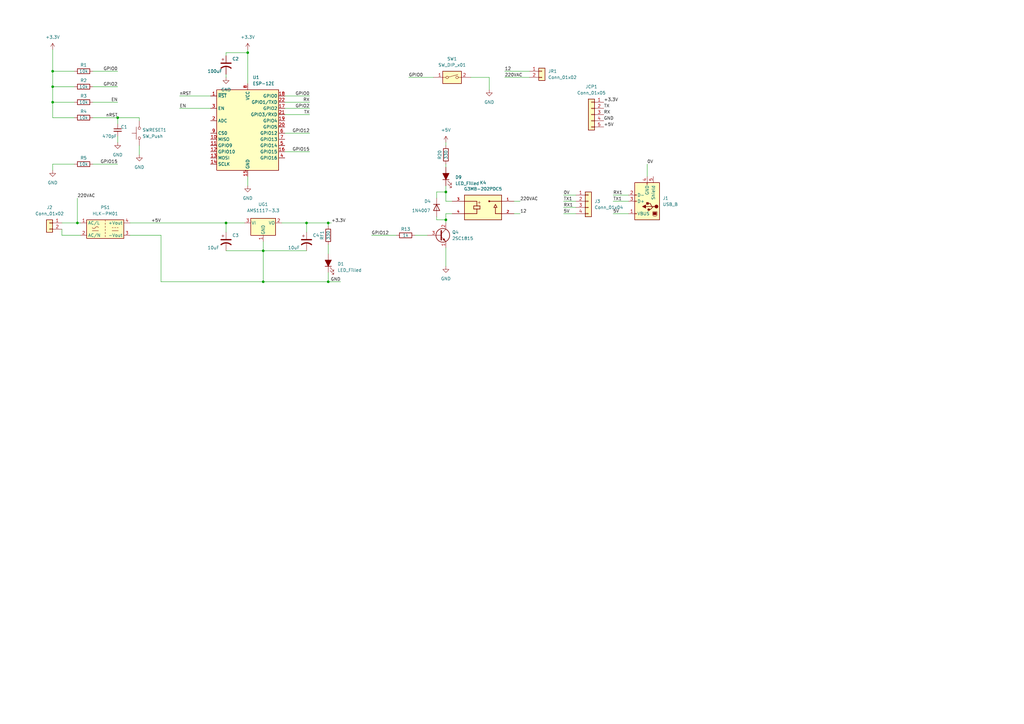
<source format=kicad_sch>
(kicad_sch (version 20211123) (generator eeschema)
  (paper "A3")
  (lib_symbols
    (symbol "Connector:USB_B" (pin_names (offset 1.016))
      (property "Reference" "J" (at -5.08 11.43 0))
      (property "Value" "USB_B" (at -5.08 8.89 0))
      (symbol "USB_B_0_1"
        (rectangle (start -5.08 -7.62) (end 5.08 7.62) (stroke (width 0.254)) (fill (type background)))
        (circle (center -3.81 2.159) (radius 0.635) (stroke (width 0.254)) (fill (type outline)))
        (rectangle (start -3.81 5.588) (end -2.54 4.572) (fill (type outline)))
        (circle (center -0.635 3.429) (radius 0.381) (stroke (width 0.254)) (fill (type outline)))
        (rectangle (start -0.127 -7.62) (end 0.127 -6.858))
        (polyline (pts (xy -1.905 2.159) (xy 0.635 2.159)) (stroke (width 0.254)))
        (polyline (pts (xy -3.175 2.159) (xy -2.54 2.159) (xy -1.27 3.429) (xy -0.635 3.429)) (stroke (width 0.254)))
        (polyline (pts (xy -2.54 2.159) (xy -1.905 2.159) (xy -1.27 0.889) (xy 0 0.889)) (stroke (width 0.254)))
        (polyline (pts (xy 0.635 2.794) (xy 0.635 1.524) (xy 1.905 2.159) (xy 0.635 2.794)) (stroke (width 0.254)) (fill (type outline)))
        (polyline (pts (xy -4.064 4.318) (xy -2.286 4.318) (xy -2.286 5.715) (xy -2.667 6.096) (xy -3.683 6.096) (xy -4.064 5.715) (xy -4.064 4.318)))
        (rectangle (start 0.254 1.27) (end -0.508 0.508) (stroke (width 0.254)) (fill (type outline)))
        (rectangle (start 5.08 -2.667) (end 4.318 -2.413))
        (rectangle (start 5.08 -0.127) (end 4.318 0.127))
        (rectangle (start 5.08 4.953) (end 4.318 5.207))
      )
      (symbol "USB_B_1_1"
        (pin power_out line (at 7.62 5.08 180) (length 2.54) (name "VBUS") (number "1"))
        (pin bidirectional line (at 7.62 -2.54 180) (length 2.54) (name "D-") (number "2"))
        (pin bidirectional line (at 7.62 0 180) (length 2.54) (name "D+") (number "3"))
        (pin power_out line (at 0 -10.16 90) (length 2.54) (name "GND") (number "4"))
        (pin passive line (at -2.54 -10.16 90) (length 2.54) (name "Shield") (number "5"))
      )
    )
    (symbol "Connector_Generic:Conn_01x02" (pin_names (offset 1.016) hide)
      (property "Reference" "J" (at 0 2.54 0))
      (property "Value" "Conn_01x02" (at 0 -5.08 0))
      (symbol "Conn_01x02_1_1"
        (rectangle (start -1.27 -2.413) (end 0 -2.667) (stroke (width 0.1524)))
        (rectangle (start -1.27 0.127) (end 0 -0.127) (stroke (width 0.1524)))
        (rectangle (start -1.27 1.27) (end 1.27 -3.81) (stroke (width 0.254)) (fill (type background)))
        (pin passive line (at -5.08 0 0) (length 3.81) (name "Pin_1") (number "1"))
        (pin passive line (at -5.08 -2.54 0) (length 3.81) (name "Pin_2") (number "2"))
      )
    )
    (symbol "Connector_Generic:Conn_01x04" (pin_names (offset 1.016) hide)
      (property "Reference" "J" (at 0 5.08 0))
      (property "Value" "Conn_01x04" (at 0 -7.62 0))
      (symbol "Conn_01x04_1_1"
        (rectangle (start -1.27 -4.953) (end 0 -5.207) (stroke (width 0.1524)))
        (rectangle (start -1.27 -2.413) (end 0 -2.667) (stroke (width 0.1524)))
        (rectangle (start -1.27 0.127) (end 0 -0.127) (stroke (width 0.1524)))
        (rectangle (start -1.27 2.667) (end 0 2.413) (stroke (width 0.1524)))
        (rectangle (start -1.27 3.81) (end 1.27 -6.35) (stroke (width 0.254)) (fill (type background)))
        (pin passive line (at -5.08 2.54 0) (length 3.81) (name "Pin_1") (number "1"))
        (pin passive line (at -5.08 0 0) (length 3.81) (name "Pin_2") (number "2"))
        (pin passive line (at -5.08 -2.54 0) (length 3.81) (name "Pin_3") (number "3"))
        (pin passive line (at -5.08 -5.08 0) (length 3.81) (name "Pin_4") (number "4"))
      )
    )
    (symbol "Connector_Generic:Conn_01x05" (pin_names (offset 1.016) hide)
      (property "Reference" "J" (at 0 7.62 0))
      (property "Value" "Conn_01x05" (at 0 -7.62 0))
      (symbol "Conn_01x05_1_1"
        (rectangle (start -1.27 -4.953) (end 0 -5.207) (stroke (width 0.1524)))
        (rectangle (start -1.27 -2.413) (end 0 -2.667) (stroke (width 0.1524)))
        (rectangle (start -1.27 0.127) (end 0 -0.127) (stroke (width 0.1524)))
        (rectangle (start -1.27 2.667) (end 0 2.413) (stroke (width 0.1524)))
        (rectangle (start -1.27 5.207) (end 0 4.953) (stroke (width 0.1524)))
        (rectangle (start -1.27 6.35) (end 1.27 -6.35) (stroke (width 0.254)) (fill (type background)))
        (pin passive line (at -5.08 5.08 0) (length 3.81) (name "Pin_1") (number "1"))
        (pin passive line (at -5.08 2.54 0) (length 3.81) (name "Pin_2") (number "2"))
        (pin passive line (at -5.08 0 0) (length 3.81) (name "Pin_3") (number "3"))
        (pin passive line (at -5.08 -2.54 0) (length 3.81) (name "Pin_4") (number "4"))
        (pin passive line (at -5.08 -5.08 0) (length 3.81) (name "Pin_5") (number "5"))
      )
    )
    (symbol "Converter_ACDC:HLK-PM01"
      (property "Reference" "PS" (at 0 5.08 0))
      (property "Value" "HLK-PM01" (at 0 -5.08 0))
      (symbol "HLK-PM01_0_1"
        (rectangle (start -7.62 3.81) (end 7.62 -3.81) (stroke (width 0.254)) (fill (type background)))
        (arc (start -5.334 0.635) (mid -4.699 0.2495) (end -4.064 0.635))
        (arc (start -2.794 0.635) (mid -3.429 1.0072) (end -4.064 0.635))
        (polyline (pts (xy -5.334 -0.635) (xy -2.794 -0.635)))
        (polyline (pts (xy 0 -2.54) (xy 0 -3.175)))
        (polyline (pts (xy 0 -1.27) (xy 0 -1.905)))
        (polyline (pts (xy 0 0) (xy 0 -0.635)))
        (polyline (pts (xy 0 1.27) (xy 0 0.635)))
        (polyline (pts (xy 0 2.54) (xy 0 1.905)))
        (polyline (pts (xy 0 3.81) (xy 0 3.175)))
        (polyline (pts (xy 2.794 -0.635) (xy 5.334 -0.635)))
        (polyline (pts (xy 2.794 0.635) (xy 3.302 0.635)))
        (polyline (pts (xy 3.81 0.635) (xy 4.318 0.635)))
        (polyline (pts (xy 4.826 0.635) (xy 5.334 0.635)))
      )
      (symbol "HLK-PM01_1_1"
        (pin power_in line (at -10.16 2.54 0) (length 2.54) (name "AC/L") (number "1"))
        (pin power_in line (at -10.16 -2.54 0) (length 2.54) (name "AC/N") (number "2"))
        (pin power_out line (at 10.16 -2.54 180) (length 2.54) (name "-Vout") (number "3"))
        (pin power_out line (at 10.16 2.54 180) (length 2.54) (name "+Vout") (number "4"))
      )
    )
    (symbol "Device:C_Polarized_US" (pin_numbers hide) (pin_names (offset 0.254) hide)
      (property "Reference" "C" (at 0.635 2.54 0))
      (property "Value" "C_Polarized_US" (at 0.635 -2.54 0))
      (symbol "C_Polarized_US_0_1"
        (polyline (pts (xy -2.032 0.762) (xy 2.032 0.762)) (stroke (width 0.508)))
        (polyline (pts (xy -1.778 2.286) (xy -0.762 2.286)))
        (polyline (pts (xy -1.27 1.778) (xy -1.27 2.794)))
        (arc (start 2.032 -1.27) (mid 0 -0.5572) (end -2.032 -1.27) (stroke (width 0.508)))
      )
      (symbol "C_Polarized_US_1_1"
        (pin passive line (at 0 3.81 270) (length 2.794) (name "~") (number "1"))
        (pin passive line (at 0 -3.81 90) (length 3.302) (name "~") (number "2"))
      )
    )
    (symbol "Device:C_Small" (pin_numbers hide) (pin_names (offset 0.254) hide)
      (property "Reference" "C" (at 0.254 1.778 0))
      (property "Value" "C_Small" (at 0.254 -2.032 0))
      (symbol "C_Small_0_1"
        (polyline (pts (xy -1.524 -0.508) (xy 1.524 -0.508)) (stroke (width 0.3302)))
        (polyline (pts (xy -1.524 0.508) (xy 1.524 0.508)) (stroke (width 0.3048)))
      )
      (symbol "C_Small_1_1"
        (pin passive line (at 0 2.54 270) (length 2.032) (name "~") (number "1"))
        (pin passive line (at 0 -2.54 90) (length 2.032) (name "~") (number "2"))
      )
    )
    (symbol "Device:LED_Filled" (pin_numbers hide) (pin_names (offset 1.016) hide)
      (property "Reference" "D" (at 0 2.54 0))
      (property "Value" "LED_Filled" (at 0 -2.54 0))
      (symbol "LED_Filled_0_1"
        (polyline (pts (xy -1.27 -1.27) (xy -1.27 1.27)) (stroke (width 0.254)))
        (polyline (pts (xy -1.27 0) (xy 1.27 0)))
        (polyline (pts (xy 1.27 -1.27) (xy 1.27 1.27) (xy -1.27 0) (xy 1.27 -1.27)) (stroke (width 0.254)) (fill (type outline)))
        (polyline (pts (xy -3.048 -0.762) (xy -4.572 -2.286) (xy -3.81 -2.286) (xy -4.572 -2.286) (xy -4.572 -1.524)))
        (polyline (pts (xy -1.778 -0.762) (xy -3.302 -2.286) (xy -2.54 -2.286) (xy -3.302 -2.286) (xy -3.302 -1.524)))
      )
      (symbol "LED_Filled_1_1"
        (pin passive line (at -3.81 0 0) (length 2.54) (name "K") (number "1"))
        (pin passive line (at 3.81 0 180) (length 2.54) (name "A") (number "2"))
      )
    )
    (symbol "Device:R" (pin_numbers hide) (pin_names (offset 0))
      (property "Reference" "R" (at 2.032 0 90))
      (property "Value" "R" (at 0 0 90))
      (symbol "R_0_1"
        (rectangle (start -1.016 -2.54) (end 1.016 2.54) (stroke (width 0.254)))
      )
      (symbol "R_1_1"
        (pin passive line (at 0 3.81 270) (length 1.27) (name "~") (number "1"))
        (pin passive line (at 0 -3.81 90) (length 1.27) (name "~") (number "2"))
      )
    )
    (symbol "Diode:1N4007" (pin_numbers hide) (pin_names hide)
      (property "Reference" "D" (at 0 2.54 0))
      (property "Value" "1N4007" (at 0 -2.54 0))
      (symbol "1N4007_0_1"
        (polyline (pts (xy -1.27 1.27) (xy -1.27 -1.27)) (stroke (width 0.254)))
        (polyline (pts (xy 1.27 0) (xy -1.27 0)))
        (polyline (pts (xy 1.27 1.27) (xy 1.27 -1.27) (xy -1.27 0) (xy 1.27 1.27)) (stroke (width 0.254)))
      )
      (symbol "1N4007_1_1"
        (pin passive line (at -3.81 0 0) (length 2.54) (name "K") (number "1"))
        (pin passive line (at 3.81 0 180) (length 2.54) (name "A") (number "2"))
      )
    )
    (symbol "G3MB-202PDC5:G3MB-202PDC5" (pin_names (offset 1.016) hide)
      (property "Reference" "K" (at -7.62 6.35 0))
      (property "Value" "G3MB-202PDC5" (at -7.62 -6.35 0))
      (symbol "G3MB-202PDC5_0_0"
        (rectangle (start -7.62 -5.08) (end 7.62 5.08) (stroke (width 0.254)) (fill (type background)))
        (polyline (pts (xy -7.62 -2.54) (xy -2.54 -2.54)) (stroke (width 0.254)))
        (polyline (pts (xy -7.62 2.54) (xy -2.54 2.54)) (stroke (width 0.254)))
        (polyline (pts (xy -3.81 -0.635) (xy -3.81 0.635)) (stroke (width 0.254)))
        (polyline (pts (xy -3.81 0.635) (xy -2.54 0.635)) (stroke (width 0.254)))
        (polyline (pts (xy -2.54 -0.635) (xy -3.81 -0.635)) (stroke (width 0.254)))
        (polyline (pts (xy -2.54 -0.635) (xy -2.54 -2.54)) (stroke (width 0.254)))
        (polyline (pts (xy -2.54 0.635) (xy -1.27 0.635)) (stroke (width 0.254)))
        (polyline (pts (xy -2.54 2.54) (xy -2.54 0.635)) (stroke (width 0.254)))
        (polyline (pts (xy -2.032 2.032) (xy -1.016 2.032)) (stroke (width 0.127)))
        (polyline (pts (xy -1.524 2.54) (xy -1.524 1.524)) (stroke (width 0.127)))
        (polyline (pts (xy -1.27 -0.635) (xy -2.54 -0.635)) (stroke (width 0.254)))
        (polyline (pts (xy -1.27 0.635) (xy -1.27 -0.635)) (stroke (width 0.254)))
        (polyline (pts (xy 5.08 -2.54) (xy 5.08 0)) (stroke (width 0.254)))
        (polyline (pts (xy 7.62 -2.54) (xy 5.08 -2.54)) (stroke (width 0.254)))
        (polyline (pts (xy 7.62 2.54) (xy 2.54 2.54)) (stroke (width 0.254)))
        (polyline (pts (xy 4.445 0) (xy 5.715 0) (xy 5.08 1.27) (xy 4.445 0)) (stroke (width 0.254)) (fill (type background)))
        (circle (center 2.54 2.54) (radius 0.254) (stroke (width 0.254)))
        (pin passive line (at 12.7 2.54 180) (length 5.08) (name "~") (number "1"))
        (pin passive line (at 12.7 -2.54 180) (length 5.08) (name "~") (number "2"))
        (pin passive line (at -12.7 2.54 0) (length 5.08) (name "~") (number "3"))
        (pin passive line (at -12.7 -2.54 0) (length 5.08) (name "~") (number "4"))
      )
    )
    (symbol "RF_Module:ESP-12E"
      (property "Reference" "U" (at -12.7 19.05 0))
      (property "Value" "ESP-12E" (at 12.7 19.05 0))
      (symbol "ESP-12E_0_1"
        (rectangle (start -12.7 17.78) (end 12.7 -15.24) (stroke (width 0.254)) (fill (type background)))
      )
      (symbol "ESP-12E_1_1"
        (pin input line (at -15.24 15.24 0) (length 2.54) (name "~{RST}") (number "1"))
        (pin bidirectional line (at -15.24 -2.54 0) (length 2.54) (name "MISO") (number "10"))
        (pin bidirectional line (at -15.24 -5.08 0) (length 2.54) (name "GPIO9") (number "11"))
        (pin bidirectional line (at -15.24 -7.62 0) (length 2.54) (name "GPIO10") (number "12"))
        (pin bidirectional line (at -15.24 -10.16 0) (length 2.54) (name "MOSI") (number "13"))
        (pin bidirectional line (at -15.24 -12.7 0) (length 2.54) (name "SCLK") (number "14"))
        (pin power_in line (at 0 -17.78 90) (length 2.54) (name "GND") (number "15"))
        (pin bidirectional line (at 15.24 -7.62 180) (length 2.54) (name "GPIO15") (number "16"))
        (pin bidirectional line (at 15.24 10.16 180) (length 2.54) (name "GPIO2") (number "17"))
        (pin bidirectional line (at 15.24 15.24 180) (length 2.54) (name "GPIO0") (number "18"))
        (pin bidirectional line (at 15.24 5.08 180) (length 2.54) (name "GPIO4") (number "19"))
        (pin input line (at -15.24 5.08 0) (length 2.54) (name "ADC") (number "2"))
        (pin bidirectional line (at 15.24 2.54 180) (length 2.54) (name "GPIO5") (number "20"))
        (pin bidirectional line (at 15.24 7.62 180) (length 2.54) (name "GPIO3/RXD") (number "21"))
        (pin bidirectional line (at 15.24 12.7 180) (length 2.54) (name "GPIO1/TXD") (number "22"))
        (pin input line (at -15.24 10.16 0) (length 2.54) (name "EN") (number "3"))
        (pin bidirectional line (at 15.24 -10.16 180) (length 2.54) (name "GPIO16") (number "4"))
        (pin bidirectional line (at 15.24 -5.08 180) (length 2.54) (name "GPIO14") (number "5"))
        (pin bidirectional line (at 15.24 0 180) (length 2.54) (name "GPIO12") (number "6"))
        (pin bidirectional line (at 15.24 -2.54 180) (length 2.54) (name "GPIO13") (number "7"))
        (pin power_in line (at 0 20.32 270) (length 2.54) (name "VCC") (number "8"))
        (pin input line (at -15.24 0 0) (length 2.54) (name "CS0") (number "9"))
      )
    )
    (symbol "Regulator_Linear:AMS1117-3.3" (pin_names (offset 0.254))
      (property "Reference" "U" (at -3.81 3.175 0))
      (property "Value" "AMS1117-3.3" (at 0 3.175 0))
      (symbol "AMS1117-3.3_0_1"
        (rectangle (start -5.08 -5.08) (end 5.08 1.905) (stroke (width 0.254)) (fill (type background)))
      )
      (symbol "AMS1117-3.3_1_1"
        (pin power_in line (at 0 -7.62 90) (length 2.54) (name "GND") (number "1"))
        (pin power_out line (at 7.62 0 180) (length 2.54) (name "VO") (number "2"))
        (pin power_in line (at -7.62 0 0) (length 2.54) (name "VI") (number "3"))
      )
    )
    (symbol "Switch:SW_DIP_x01" (pin_names (offset 0) hide)
      (property "Reference" "SW" (at 0 3.81 0))
      (property "Value" "SW_DIP_x01" (at 0 -3.81 0))
      (symbol "SW_DIP_x01_0_0"
        (circle (center -2.032 0) (radius 0.508))
        (polyline (pts (xy -1.524 0.127) (xy 2.3622 1.1684)))
        (circle (center 2.032 0) (radius 0.508))
      )
      (symbol "SW_DIP_x01_0_1"
        (rectangle (start -3.81 2.54) (end 3.81 -2.54) (stroke (width 0.254)) (fill (type background)))
      )
      (symbol "SW_DIP_x01_1_1"
        (pin passive line (at -7.62 0 0) (length 5.08) (name "~") (number "1"))
        (pin passive line (at 7.62 0 180) (length 5.08) (name "~") (number "2"))
      )
    )
    (symbol "Switch:SW_Push" (pin_numbers hide) (pin_names (offset 1.016) hide)
      (property "Reference" "SW" (at 1.27 2.54 0))
      (property "Value" "SW_Push" (at 0 -1.524 0))
      (symbol "SW_Push_0_1"
        (circle (center -2.032 0) (radius 0.508))
        (polyline (pts (xy 0 1.27) (xy 0 3.048)))
        (polyline (pts (xy 2.54 1.27) (xy -2.54 1.27)))
        (circle (center 2.032 0) (radius 0.508))
        (pin passive line (at -5.08 0 0) (length 2.54) (name "1") (number "1"))
        (pin passive line (at 5.08 0 180) (length 2.54) (name "2") (number "2"))
      )
    )
    (symbol "Transistor_BJT:2SC1815" (pin_names (offset 0) hide)
      (property "Reference" "Q" (at 5.08 1.905 0))
      (property "Value" "2SC1815" (at 5.08 0 0))
      (symbol "2SC1815_0_1"
        (polyline (pts (xy 0 0) (xy 0.508 0)))
        (polyline (pts (xy 0.635 0.635) (xy 2.54 2.54)))
        (polyline (pts (xy 0.635 -0.635) (xy 2.54 -2.54) (xy 2.54 -2.54)))
        (polyline (pts (xy 0.635 1.905) (xy 0.635 -1.905) (xy 0.635 -1.905)) (stroke (width 0.508)))
        (polyline (pts (xy 1.27 -1.778) (xy 1.778 -1.27) (xy 2.286 -2.286) (xy 1.27 -1.778) (xy 1.27 -1.778)) (fill (type outline)))
        (circle (center 1.27 0) (radius 2.8194) (stroke (width 0.254)))
      )
      (symbol "2SC1815_1_1"
        (pin passive line (at 2.54 -5.08 90) (length 2.54) (name "E") (number "1"))
        (pin passive line (at 2.54 5.08 270) (length 2.54) (name "C") (number "2"))
        (pin input line (at -5.08 0 0) (length 5.08) (name "B") (number "3"))
      )
    )
    (symbol "power:+3.3V" (power) (pin_names (offset 0))
      (property "Value" "+3.3V" (at 0 3.556 0))
      (symbol "+3.3V_0_1"
        (polyline (pts (xy -0.762 1.27) (xy 0 2.54)))
        (polyline (pts (xy 0 0) (xy 0 2.54)))
        (polyline (pts (xy 0 2.54) (xy 0.762 1.27)))
      )
      (symbol "+3.3V_1_1"
        (pin power_in line (at 0 0 90) (length 0) hide (name "+3.3V") (number "1"))
      )
    )
    (symbol "power:+5V" (power) (pin_names (offset 0))
      (property "Value" "+5V" (at 0 3.556 0))
      (symbol "+5V_0_1"
        (polyline (pts (xy -0.762 1.27) (xy 0 2.54)))
        (polyline (pts (xy 0 0) (xy 0 2.54)))
        (polyline (pts (xy 0 2.54) (xy 0.762 1.27)))
      )
      (symbol "+5V_1_1"
        (pin power_in line (at 0 0 90) (length 0) hide (name "+5V") (number "1"))
      )
    )
    (symbol "power:GND" (power) (pin_names (offset 0))
      (property "Value" "GND" (at 0 -3.81 0))
      (symbol "GND_0_1"
        (polyline (pts (xy 0 0) (xy 0 -1.27) (xy 1.27 -1.27) (xy 0 -2.54) (xy -1.27 -1.27) (xy 0 -1.27)))
      )
      (symbol "GND_1_1"
        (pin power_in line (at 0 0 270) (length 0) hide (name "GND") (number "1"))
      )
    )
  )
  (junction (at 92.71 91.44))
  (junction (at 21.59 41.91))
  (junction (at 125.73 91.44))
  (junction (at 107.95 115.57))
  (junction (at 107.95 102.87))
  (junction (at 134.62 115.57))
  (junction (at 31.75 91.44))
  (junction (at 101.6 21.59))
  (junction (at 182.88 78.74))
  (junction (at 21.59 29.21))
  (junction (at 48.26 48.26))
  (junction (at 21.59 35.56))
  (junction (at 182.88 90.17))
  (junction (at 134.62 91.44))
  (wire (pts (xy 92.71 30.48) (xy 92.71 31.75)))
  (wire (pts (xy 179.07 81.28) (xy 179.07 78.74)))
  (wire (pts (xy 107.95 102.87) (xy 107.95 99.06)))
  (wire (pts (xy 66.04 115.57) (xy 66.04 96.52)))
  (wire (pts (xy 33.02 96.52) (xy 25.4 96.52)))
  (wire (pts (xy 116.84 54.61) (xy 127 54.61)))
  (wire (pts (xy 179.07 90.17) (xy 182.88 90.17)))
  (wire (pts (xy 57.15 59.69) (xy 57.15 63.5)))
  (wire (pts (xy 92.71 95.25) (xy 92.71 91.44)))
  (wire (pts (xy 182.88 58.42) (xy 182.88 59.69)))
  (wire (pts (xy 231.14 85.09) (xy 236.22 85.09)))
  (wire (pts (xy 179.07 78.74) (xy 182.88 78.74)))
  (wire (pts (xy 182.88 87.63) (xy 182.88 90.17)))
  (wire (pts (xy 73.66 44.45) (xy 86.36 44.45)))
  (wire (pts (xy 182.88 101.6) (xy 182.88 109.22)))
  (wire (pts (xy 251.46 87.63) (xy 257.81 87.63)))
  (wire (pts (xy 21.59 41.91) (xy 21.59 35.56)))
  (wire (pts (xy 134.62 115.57) (xy 139.7 115.57)))
  (wire (pts (xy 134.62 91.44) (xy 134.62 92.71)))
  (wire (pts (xy 210.82 87.63) (xy 213.36 87.63)))
  (wire (pts (xy 92.71 91.44) (xy 100.33 91.44)))
  (wire (pts (xy 53.34 91.44) (xy 92.71 91.44)))
  (wire (pts (xy 66.04 115.57) (xy 107.95 115.57)))
  (wire (pts (xy 25.4 96.52) (xy 25.4 93.98)))
  (wire (pts (xy 210.82 82.55) (xy 213.36 82.55)))
  (wire (pts (xy 116.84 44.45) (xy 127 44.45)))
  (wire (pts (xy 38.1 67.31) (xy 48.26 67.31)))
  (wire (pts (xy 193.04 31.75) (xy 200.66 31.75)))
  (wire (pts (xy 134.62 111.76) (xy 134.62 115.57)))
  (wire (pts (xy 207.01 31.75) (xy 217.17 31.75)))
  (wire (pts (xy 53.34 96.52) (xy 66.04 96.52)))
  (wire (pts (xy 107.95 102.87) (xy 125.73 102.87)))
  (wire (pts (xy 134.62 91.44) (xy 135.89 91.44)))
  (wire (pts (xy 92.71 21.59) (xy 101.6 21.59)))
  (wire (pts (xy 38.1 48.26) (xy 48.26 48.26)))
  (wire (pts (xy 25.4 91.44) (xy 31.75 91.44)))
  (wire (pts (xy 182.88 76.2) (xy 182.88 78.74)))
  (wire (pts (xy 101.6 21.59) (xy 101.6 34.29)))
  (wire (pts (xy 170.18 96.52) (xy 175.26 96.52)))
  (wire (pts (xy 185.42 87.63) (xy 182.88 87.63)))
  (wire (pts (xy 251.46 82.55) (xy 257.81 82.55)))
  (wire (pts (xy 182.88 82.55) (xy 182.88 78.74)))
  (wire (pts (xy 101.6 72.39) (xy 101.6 76.2)))
  (wire (pts (xy 21.59 48.26) (xy 21.59 41.91)))
  (wire (pts (xy 185.42 82.55) (xy 182.88 82.55)))
  (wire (pts (xy 38.1 29.21) (xy 48.26 29.21)))
  (wire (pts (xy 30.48 35.56) (xy 21.59 35.56)))
  (wire (pts (xy 107.95 115.57) (xy 107.95 102.87)))
  (wire (pts (xy 21.59 69.85) (xy 21.59 67.31)))
  (wire (pts (xy 251.46 80.01) (xy 257.81 80.01)))
  (wire (pts (xy 116.84 62.23) (xy 127 62.23)))
  (wire (pts (xy 116.84 41.91) (xy 127 41.91)))
  (wire (pts (xy 21.59 29.21) (xy 30.48 29.21)))
  (wire (pts (xy 21.59 20.32) (xy 21.59 29.21)))
  (wire (pts (xy 207.01 29.21) (xy 217.17 29.21)))
  (wire (pts (xy 182.88 67.31) (xy 182.88 68.58)))
  (wire (pts (xy 30.48 48.26) (xy 21.59 48.26)))
  (wire (pts (xy 48.26 48.26) (xy 48.26 50.8)))
  (wire (pts (xy 152.4 96.52) (xy 162.56 96.52)))
  (wire (pts (xy 30.48 41.91) (xy 21.59 41.91)))
  (wire (pts (xy 125.73 91.44) (xy 134.62 91.44)))
  (wire (pts (xy 265.43 67.31) (xy 265.43 72.39)))
  (wire (pts (xy 31.75 81.28) (xy 31.75 91.44)))
  (wire (pts (xy 167.64 31.75) (xy 177.8 31.75)))
  (wire (pts (xy 21.59 67.31) (xy 30.48 67.31)))
  (wire (pts (xy 73.66 39.37) (xy 86.36 39.37)))
  (wire (pts (xy 231.14 82.55) (xy 236.22 82.55)))
  (wire (pts (xy 101.6 20.32) (xy 101.6 21.59)))
  (wire (pts (xy 48.26 55.88) (xy 48.26 58.42)))
  (wire (pts (xy 107.95 115.57) (xy 134.62 115.57)))
  (wire (pts (xy 21.59 35.56) (xy 21.59 29.21)))
  (wire (pts (xy 231.14 87.63) (xy 236.22 87.63)))
  (wire (pts (xy 134.62 100.33) (xy 134.62 104.14)))
  (wire (pts (xy 231.14 80.01) (xy 236.22 80.01)))
  (wire (pts (xy 182.88 90.17) (xy 182.88 91.44)))
  (wire (pts (xy 200.66 31.75) (xy 200.66 36.83)))
  (wire (pts (xy 92.71 102.87) (xy 107.95 102.87)))
  (wire (pts (xy 38.1 35.56) (xy 48.26 35.56)))
  (wire (pts (xy 179.07 88.9) (xy 179.07 90.17)))
  (wire (pts (xy 125.73 95.25) (xy 125.73 91.44)))
  (wire (pts (xy 57.15 49.53) (xy 57.15 48.26)))
  (wire (pts (xy 116.84 46.99) (xy 127 46.99)))
  (wire (pts (xy 116.84 39.37) (xy 127 39.37)))
  (wire (pts (xy 31.75 91.44) (xy 33.02 91.44)))
  (wire (pts (xy 48.26 48.26) (xy 57.15 48.26)))
  (wire (pts (xy 125.73 91.44) (xy 115.57 91.44)))
  (wire (pts (xy 38.1 41.91) (xy 48.26 41.91)))
  (wire (pts (xy 92.71 21.59) (xy 92.71 22.86)))
  (label "EN" (at 73.66 44.45 0))
  (label "GPIO12" (at 127 54.61 180))
  (label "RX1" (at 231.14 85.09 0))
  (label "TX1" (at 231.14 82.55 0))
  (label "+5V" (at 247.65 52.07 0))
  (label "0V" (at 231.14 80.01 0))
  (label "TX1" (at 251.46 82.55 0))
  (label "GPIO0" (at 127 39.37 180))
  (label "12" (at 207.01 29.21 0))
  (label "GPIO15" (at 48.26 67.31 180))
  (label "RX" (at 127 41.91 180))
  (label "5V" (at 251.46 87.63 0))
  (label "GND" (at 247.65 49.53 0))
  (label "220VAC" (at 31.75 81.28 0))
  (label "+5V" (at 66.04 91.44 180))
  (label "TX" (at 127 46.99 180))
  (label "220VAC" (at 207.01 31.75 0))
  (label "GPIO2" (at 48.26 35.56 180))
  (label "RX1" (at 251.46 80.01 0))
  (label "12" (at 213.36 87.63 0))
  (label "nRST" (at 73.66 39.37 0))
  (label "+3.3V" (at 247.65 41.91 0))
  (label "5V" (at 231.14 87.63 0))
  (label "0V" (at 265.43 67.31 0))
  (label "EN" (at 48.26 41.91 180))
  (label "RX" (at 247.65 46.99 0))
  (label "GPIO0" (at 48.26 29.21 180))
  (label "220VAC" (at 213.36 82.55 0))
  (label "GPIO12" (at 152.4 96.52 0))
  (label "GPIO0" (at 167.64 31.75 0))
  (label "nRST" (at 48.26 48.26 180))
  (label "GPIO2" (at 127 44.45 180))
  (label "GND" (at 139.7 115.57 180))
  (label "TX" (at 247.65 44.45 0))
  (label "+3.3V" (at 135.89 91.44 0))
  (label "GPIO15" (at 127 62.23 180))
  (symbol (lib_id "Device:R") (at 34.29 29.21 90) (unit 1)
    (property "Reference" "R1" (at 34.29 26.67 90))
    (property "Value" "10k" (at 34.29 29.21 90))
    (property "Footprint" "Resistor_THT:R_Axial_DIN0207_L6.3mm_D2.5mm_P10.16mm_Horizontal" (effects hide))
  )
  (symbol (lib_id "power:GND") (at 48.26 58.42 0) (unit 1)
    (property "Reference" "#PWR0108" (effects hide))
    (property "Value" "GND" (at 48.26 63.5 0))
  )
  (symbol (lib_id "Transistor_BJT:2SC1815") (at 180.34 96.52 0) (unit 1)
    (property "Reference" "Q4" (at 185.42 95.2499 0) (effects (justify left)))
    (property "Value" "2SC1815" (at 185.42 97.7899 0) (effects (justify left)))
    (property "Footprint" "Package_TO_SOT_THT:TO-92_Inline" (effects hide))
    (property "Datasheet" "https://media.digikey.com/pdf/Data%20Sheets/Toshiba%20PDFs/2SC1815.pdf" (effects hide))
  )
  (symbol (lib_id "Device:R") (at 34.29 48.26 90) (unit 1)
    (property "Reference" "R4" (at 34.29 45.72 90))
    (property "Value" "10k" (at 34.29 48.26 90))
    (property "Footprint" "Resistor_THT:R_Axial_DIN0207_L6.3mm_D2.5mm_P10.16mm_Horizontal" (effects hide))
  )
  (symbol (lib_id "Converter_ACDC:HLK-PM01") (at 43.18 93.98 0) (unit 1)
    (property "Reference" "PS1" (at 43.18 85.09 0))
    (property "Value" "HLK-PM01" (at 43.18 87.63 0))
    (property "Footprint" "Converter_ACDC:Converter_ACDC_HiLink_HLK-PMxx" (effects hide))
    (property "Datasheet" "http://www.hlktech.net/product_detail.php?ProId=54" (effects hide))
  )
  (symbol (lib_id "Device:R") (at 182.88 63.5 180) (unit 1)
    (property "Reference" "R20" (at 180.34 63.5 90))
    (property "Value" "330" (at 182.88 63.5 90))
    (property "Footprint" "Resistor_THT:R_Axial_DIN0207_L6.3mm_D2.5mm_P10.16mm_Horizontal" (effects hide))
  )
  (symbol (lib_id "Switch:SW_Push") (at 57.15 54.61 90) (unit 1)
    (property "Reference" "SWRESET1" (at 58.42 53.3399 90) (effects (justify right)))
    (property "Value" "SW_Push" (at 58.42 55.8799 90) (effects (justify right)))
    (property "Footprint" "Button_Switch_THT:SW_PUSH_6mm" (effects hide))
  )
  (symbol (lib_id "power:GND") (at 21.59 69.85 0) (unit 1)
    (property "Reference" "#PWR0102" (effects hide))
    (property "Value" "GND" (at 21.59 74.93 0))
  )
  (symbol (lib_id "Device:C_Polarized_US") (at 92.71 26.67 0) (unit 1)
    (property "Reference" "C2" (at 95.25 24.13 0) (effects (justify left)))
    (property "Value" "100uF" (at 85.09 29.21 0) (effects (justify left)))
    (property "Footprint" "Capacitor_THT:CP_Radial_D5.0mm_P2.50mm" (effects hide))
  )
  (symbol (lib_id "power:GND") (at 57.15 63.5 0) (unit 1)
    (property "Reference" "#PWR0107" (effects hide))
    (property "Value" "GND" (at 57.15 68.58 0))
  )
  (symbol (lib_id "Device:R") (at 34.29 67.31 90) (unit 1)
    (property "Reference" "R5" (at 34.29 64.77 90))
    (property "Value" "10k" (at 34.29 67.31 90))
    (property "Footprint" "Resistor_THT:R_Axial_DIN0207_L6.3mm_D2.5mm_P10.16mm_Horizontal" (effects hide))
  )
  (symbol (lib_id "Switch:SW_DIP_x01") (at 185.42 31.75 0) (unit 1)
    (property "Reference" "SW1" (at 185.42 24.13 0))
    (property "Value" "SW_DIP_x01" (at 185.42 26.67 0))
    (property "Footprint" "Button_Switch_THT:SW_DIP_SPSTx01_Slide_9.78x4.72mm_W7.62mm_P2.54mm" (effects hide))
  )
  (symbol (lib_id "Device:LED_Filled") (at 134.62 107.95 90) (unit 1)
    (property "Reference" "D1" (at 138.43 108.2674 90) (effects (justify right)))
    (property "Value" "LED_Filled" (at 138.43 110.8074 90) (effects (justify right)))
    (property "Footprint" "LED_THT:LED_D3.0mm" (effects hide))
  )
  (symbol (lib_id "Device:R") (at 34.29 35.56 90) (unit 1)
    (property "Reference" "R2" (at 34.29 33.02 90))
    (property "Value" "10k" (at 34.29 35.56 90))
    (property "Footprint" "Resistor_THT:R_Axial_DIN0207_L6.3mm_D2.5mm_P10.16mm_Horizontal" (effects hide))
  )
  (symbol (lib_id "power:+3.3V") (at 21.59 20.32 0) (unit 1)
    (property "Reference" "#PWR0101" (effects hide))
    (property "Value" "+3.3V" (at 21.59 15.24 0))
  )
  (symbol (lib_id "Connector_Generic:Conn_01x02") (at 20.32 91.44 0) (mirror y) (unit 1)
    (property "Reference" "J2" (at 20.32 85.09 0))
    (property "Value" "Conn_01x02" (at 20.32 87.63 0))
    (property "Footprint" "Connector_Phoenix_MC:PhoenixContact_MC_1,5_2-G-3.81_1x02_P3.81mm_Horizontal" (effects hide))
  )
  (symbol (lib_id "Device:R") (at 134.62 96.52 180) (unit 1)
    (property "Reference" "RF1" (at 132.08 96.52 90))
    (property "Value" "330" (at 134.62 96.52 90))
    (property "Footprint" "Resistor_THT:R_Axial_DIN0207_L6.3mm_D2.5mm_P10.16mm_Horizontal" (effects hide))
  )
  (symbol (lib_id "Regulator_Linear:AMS1117-3.3") (at 107.95 91.44 0) (unit 1)
    (property "Reference" "UG1" (at 107.95 83.82 0))
    (property "Value" "AMS1117-3.3" (at 107.95 86.36 0))
    (property "Footprint" "Package_TO_SOT_SMD:SOT-223-3_TabPin2" (effects hide))
    (property "Datasheet" "http://www.advanced-monolithic.com/pdf/ds1117.pdf" (effects hide))
  )
  (symbol (lib_id "Connector_Generic:Conn_01x04") (at 241.3 82.55 0) (unit 1)
    (property "Reference" "J3" (at 243.84 82.5499 0) (effects (justify left)))
    (property "Value" "Conn_01x04" (at 243.84 85.0899 0) (effects (justify left)))
    (property "Footprint" "Connector_PinSocket_2.54mm:PinSocket_1x04_P2.54mm_Vertical" (effects hide))
  )
  (symbol (lib_id "Device:R") (at 166.37 96.52 90) (unit 1)
    (property "Reference" "R13" (at 166.37 93.98 90))
    (property "Value" "1k" (at 166.37 96.52 90))
    (property "Footprint" "Resistor_THT:R_Axial_DIN0207_L6.3mm_D2.5mm_P10.16mm_Horizontal" (effects hide))
  )
  (symbol (lib_id "Device:LED_Filled") (at 182.88 72.39 90) (unit 1)
    (property "Reference" "D9" (at 186.69 72.7074 90) (effects (justify right)))
    (property "Value" "LED_Filled" (at 186.69 75.2474 90) (effects (justify right)))
    (property "Footprint" "LED_THT:LED_D3.0mm" (effects hide))
  )
  (symbol (lib_id "RF_Module:ESP-12E") (at 101.6 54.61 0) (unit 1)
    (property "Reference" "U1" (at 103.6194 31.75 0) (effects (justify left)))
    (property "Value" "ESP-12E" (at 103.6194 34.29 0) (effects (justify left)))
    (property "Footprint" "RF_Module:ESP-12E" (effects hide))
    (property "Datasheet" "http://wiki.ai-thinker.com/_media/esp8266/esp8266_series_modules_user_manual_v1.1.pdf" (effects hide))
  )
  (symbol (lib_id "Device:R") (at 34.29 41.91 90) (unit 1)
    (property "Reference" "R3" (at 34.29 39.37 90))
    (property "Value" "10k" (at 34.29 41.91 90))
    (property "Footprint" "Resistor_THT:R_Axial_DIN0207_L6.3mm_D2.5mm_P10.16mm_Horizontal" (effects hide))
  )
  (symbol (lib_id "Diode:1N4007") (at 179.07 85.09 270) (unit 1)
    (property "Reference" "D4" (at 173.99 82.55 90) (effects (justify left)))
    (property "Value" "1N4007" (at 168.91 86.36 90) (effects (justify left)))
    (property "Footprint" "Diode_THT:D_DO-41_SOD81_P10.16mm_Horizontal" (effects hide))
    (property "Datasheet" "http://www.vishay.com/docs/88503/1n4001.pdf" (effects hide))
  )
  (symbol (lib_id "power:GND") (at 101.6 76.2 0) (unit 1)
    (property "Reference" "#PWR0106" (effects hide))
    (property "Value" "GND" (at 101.6 81.28 0))
  )
  (symbol (lib_id "Device:C_Polarized_US") (at 92.71 99.06 0) (unit 1)
    (property "Reference" "C3" (at 95.25 96.52 0) (effects (justify left)))
    (property "Value" "10uF" (at 85.09 101.6 0) (effects (justify left)))
    (property "Footprint" "Capacitor_THT:CP_Radial_D5.0mm_P2.50mm" (effects hide))
  )
  (symbol (lib_id "Connector_Generic:Conn_01x05") (at 242.57 46.99 0) (mirror y) (unit 1)
    (property "Reference" "JCP1" (at 242.57 35.56 0))
    (property "Value" "Conn_01x05" (at 242.57 38.1 0))
    (property "Footprint" "Connector_PinSocket_2.54mm:PinSocket_1x05_P2.54mm_Vertical" (effects hide))
  )
  (symbol (lib_id "power:+3.3V") (at 101.6 20.32 0) (unit 1)
    (property "Reference" "#PWR0105" (effects hide))
    (property "Value" "+3.3V" (at 101.6 15.24 0))
  )
  (symbol (lib_id "Connector:USB_B") (at 265.43 82.55 180) (unit 1)
    (property "Reference" "J1" (at 271.78 81.2799 0) (effects (justify right)))
    (property "Value" "USB_B" (at 271.78 83.8199 0) (effects (justify right)))
    (property "Footprint" "Connector_USB:USB_B_Lumberg_2411_02_Horizontal" (effects hide))
    (property "Datasheet" " ~" (effects hide))
  )
  (symbol (lib_id "Connector_Generic:Conn_01x02") (at 222.25 29.21 0) (unit 1)
    (property "Reference" "JR1" (at 224.79 29.2099 0) (effects (justify left)))
    (property "Value" "Conn_01x02" (at 224.79 31.7499 0) (effects (justify left)))
    (property "Footprint" "Connector_Phoenix_MC:PhoenixContact_MC_1,5_2-G-3.81_1x02_P3.81mm_Horizontal" (effects hide))
  )
  (symbol (lib_id "power:GND") (at 92.71 31.75 0) (unit 1)
    (property "Reference" "#PWR0104" (effects hide))
    (property "Value" "GND" (at 92.71 36.83 0))
  )
  (symbol (lib_id "Device:C_Small") (at 48.26 53.34 0) (unit 1)
    (property "Reference" "C1" (at 49.53 52.07 0) (effects (justify left)))
    (property "Value" "470pF" (at 41.91 55.88 0) (effects (justify left)))
    (property "Footprint" "Capacitor_THT:C_Disc_D5.0mm_W2.5mm_P5.00mm" (effects hide))
  )
  (symbol (lib_id "Device:C_Polarized_US") (at 125.73 99.06 0) (unit 1)
    (property "Reference" "C4" (at 128.27 96.52 0) (effects (justify left)))
    (property "Value" "10uF" (at 118.11 101.6 0) (effects (justify left)))
    (property "Footprint" "Capacitor_THT:CP_Radial_D5.0mm_P2.50mm" (effects hide))
  )
  (symbol (lib_id "power:GND") (at 182.88 109.22 0) (unit 1)
    (property "Reference" "#PWR0103" (effects hide))
    (property "Value" "GND" (at 182.88 114.3 0))
  )
  (symbol (lib_id "G3MB-202PDC5:G3MB-202PDC5") (at 198.12 85.09 0) (unit 1)
    (property "Reference" "K4" (at 198.12 74.93 0))
    (property "Value" "G3MB-202PDC5" (at 198.12 77.47 0))
    (property "Footprint" "G3MB-202PDC5:RELAY_G3MB-202PDC5" (effects hide))
    (property "MAXIMUM_PACKAGE_HEIGHT" "20.5mm" (effects hide))
    (property "MANUFACTURER" "OMRON" (effects hide))
    (property "PARTREV" "J091-E1-1A" (effects hide))
    (property "STANDARD" "Manufacturer Recommendations" (effects hide))
  )
  (symbol (lib_id "power:GND") (at 200.66 36.83 0) (unit 1)
    (property "Reference" "#PWR0109" (effects hide))
    (property "Value" "GND" (at 200.66 41.91 0))
  )
  (symbol (lib_id "power:+5V") (at 182.88 58.42 0) (unit 1)
    (property "Reference" "#PWR0112" (effects hide))
    (property "Value" "+5V" (at 182.88 53.34 0))
  )
)
</source>
